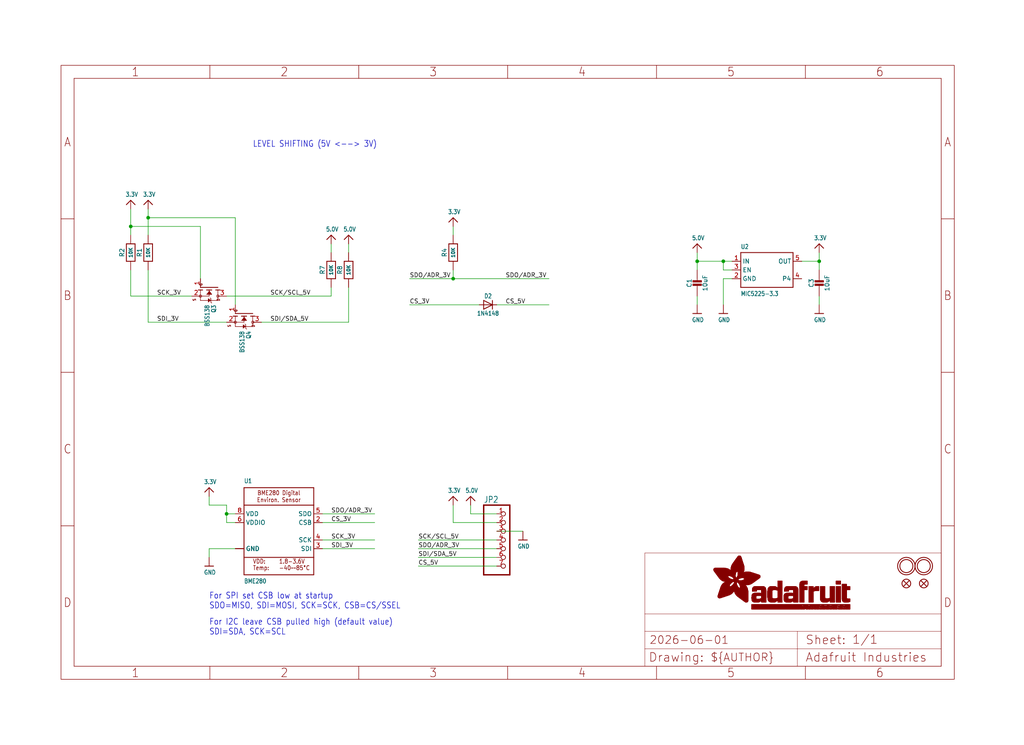
<source format=kicad_sch>
(kicad_sch (version 20230121) (generator eeschema)
  (paper "User" 298.45 217.322)
  (lib_symbols
    (symbol "working-eagle-import:3.3V" (power)
      (property "Value" "3.3V" (at -1.524 1.016 0))
      (symbol "3.3V_1_0"
        (pin power_in line (at 0 -2.54 90) (length 2.54) (name "3.3V") (number "1"))
      )
    )
    (symbol "working-eagle-import:5.0V" (power)
      (property "Value" "5.0V" (at -1.524 1.016 0))
      (symbol "5.0V_1_0"
        (pin power_in line (at 0 -2.54 90) (length 2.54) (name "5.0V") (number "1"))
      )
    )
    (symbol "working-eagle-import:BME280"
      (property "Reference" "U" (at -10.16 13.97 0))
      (symbol "BME280_1_0"
        (text "-40~~85°C" (at 0 -11.43 0) (effects (font (size 1.27 1.0795)) (justify left bottom)))
        (text "1.8-3.6V" (at 0 -9.525 0) (effects (font (size 1.27 1.0795)) (justify left bottom)))
        (text "BME280 Digital\nEnviron. Sensor" (at 0 10.16 0) (effects (font (size 1.27 1.0795))))
        (text "Temp:" (at -7.62 -11.43 0) (effects (font (size 1.27 1.0795)) (justify left bottom)))
        (text "VDD:" (at -7.62 -9.525 0) (effects (font (size 1.27 1.0795)) (justify left bottom)))
        (pin power_in line (at -12.7 -5.08 0) (length 2.54) (name "GND") (number "1"))
        (pin input line (at 12.7 2.54 180) (length 2.54) (name "CSB") (number "2"))
        (pin input line (at 12.7 -5.08 180) (length 2.54) (name "SDI") (number "3"))
        (pin input line (at 12.7 -2.54 180) (length 2.54) (name "SCK") (number "4"))
        (pin output line (at 12.7 5.08 180) (length 2.54) (name "SDO") (number "5"))
        (pin power_in line (at -12.7 2.54 0) (length 2.54) (name "VDDIO") (number "6"))
        (pin power_in line (at -12.7 -5.08 0) (length 2.54) (name "GND") (number "7"))
        (pin power_in line (at -12.7 5.08 0) (length 2.54) (name "VDD") (number "8"))
      )
    )
    (symbol "working-eagle-import:CAP_CERAMIC0805-NOOUTLINE"
      (property "Reference" "C" (at -2.29 1.25 90))
      (symbol "CAP_CERAMIC0805-NOOUTLINE_1_0"
        (pin passive line (at 0 5.08 270) (length 2.54) (name "1") (number "1"))
        (pin passive line (at 0 -2.54 90) (length 2.54) (name "2") (number "2"))
      )
    )
    (symbol "working-eagle-import:DIODESOD-323"
      (property "Reference" "D" (at 0 2.54 0))
      (symbol "DIODESOD-323_1_0"
        (pin passive line (at -2.54 0 0) (length 2.54) (name "A") (number "A"))
        (pin passive line (at 2.54 0 180) (length 2.54) (name "C") (number "C"))
      )
    )
    (symbol "working-eagle-import:FIDUCIAL{dblquote}{dblquote}")
    (symbol "working-eagle-import:FRAME_A4_ADAFRUIT"
      (symbol "FRAME_A4_ADAFRUIT_1_0"
        (text "${#}/${##}" (at 230.505 10.16 0) (effects (font (size 2.54 2.54)) (justify left bottom)))
        (text "${AUTHOR}" (at 189.23 5.08 0) (effects (font (size 2.286 2.286)) (justify left bottom)))
        (text "${CURRENT_DATE}" (at 171.45 10.16 0) (effects (font (size 2.286 2.286)) (justify left bottom)))
        (text "${PROJECTNAME}" (at 171.45 15.24 0) (effects (font (size 2.54 2.54)) (justify left bottom)))
        (text "1" (at 21.6958 1.905 0) (effects (font (size 2.54 2.286))))
        (text "1" (at 21.6958 177.165 0) (effects (font (size 2.54 2.286))))
        (text "2" (at 65.0875 1.905 0) (effects (font (size 2.54 2.286))))
        (text "2" (at 65.0875 177.165 0) (effects (font (size 2.54 2.286))))
        (text "3" (at 108.4792 1.905 0) (effects (font (size 2.54 2.286))))
        (text "3" (at 108.4792 177.165 0) (effects (font (size 2.54 2.286))))
        (text "4" (at 151.8708 1.905 0) (effects (font (size 2.54 2.286))))
        (text "4" (at 151.8708 177.165 0) (effects (font (size 2.54 2.286))))
        (text "5" (at 195.2625 1.905 0) (effects (font (size 2.54 2.286))))
        (text "5" (at 195.2625 177.165 0) (effects (font (size 2.54 2.286))))
        (text "6" (at 238.6542 1.905 0) (effects (font (size 2.54 2.286))))
        (text "6" (at 238.6542 177.165 0) (effects (font (size 2.54 2.286))))
        (text "A" (at 1.905 156.6863 0) (effects (font (size 2.54 2.286))))
        (text "A" (at 258.445 156.6863 0) (effects (font (size 2.54 2.286))))
        (text "Adafruit Industries" (at 216.916 4.953 0) (effects (font (size 2.54 2.54)) (justify left bottom)))
        (text "B" (at 1.905 111.9188 0) (effects (font (size 2.54 2.286))))
        (text "B" (at 258.445 111.9188 0) (effects (font (size 2.54 2.286))))
        (text "C" (at 1.905 67.1513 0) (effects (font (size 2.54 2.286))))
        (text "C" (at 258.445 67.1513 0) (effects (font (size 2.54 2.286))))
        (text "D" (at 1.905 22.3838 0) (effects (font (size 2.54 2.286))))
        (text "D" (at 258.445 22.3838 0) (effects (font (size 2.54 2.286))))
        (text "Drawing:" (at 171.196 4.953 0) (effects (font (size 2.54 2.54)) (justify left bottom)))
        (text "Sheet:" (at 216.916 10.033 0) (effects (font (size 2.54 2.54)) (justify left bottom)))
      )
    )
    (symbol "working-eagle-import:GND" (power)
      (property "Value" "GND" (at -1.524 -2.54 0))
      (symbol "GND_1_0"
        (pin power_in line (at 0 2.54 270) (length 2.54) (name "GND") (number "1"))
      )
    )
    (symbol "working-eagle-import:HEADER-1X770MIL"
      (property "Reference" "JP" (at -6.35 10.795 0))
      (symbol "HEADER-1X770MIL_1_0"
        (pin passive inverted (at -2.54 7.62 0) (length 2.54) (name "1") (number "1"))
        (pin passive inverted (at -2.54 5.08 0) (length 2.54) (name "2") (number "2"))
        (pin passive inverted (at -2.54 2.54 0) (length 2.54) (name "3") (number "3"))
        (pin passive inverted (at -2.54 0 0) (length 2.54) (name "4") (number "4"))
        (pin passive inverted (at -2.54 -2.54 0) (length 2.54) (name "5") (number "5"))
        (pin passive inverted (at -2.54 -5.08 0) (length 2.54) (name "6") (number "6"))
        (pin passive inverted (at -2.54 -7.62 0) (length 2.54) (name "7") (number "7"))
      )
    )
    (symbol "working-eagle-import:MOSFET-NWIDE"
      (property "Reference" "Q" (at 5.08 0.635 0))
      (symbol "MOSFET-NWIDE_1_0"
        (text "D" (at 3.175 3.175 0) (effects (font (size 0.8128 0.6908)) (justify left bottom)))
        (text "G" (at -1.27 -1.905 0) (effects (font (size 0.8128 0.6908)) (justify left bottom)))
        (text "S" (at 3.175 -3.81 0) (effects (font (size 0.8128 0.6908)) (justify left bottom)))
        (pin bidirectional line (at -2.54 -2.54 0) (length 2.54) (name "G") (number "1"))
        (pin bidirectional line (at 2.54 -5.08 90) (length 2.54) (name "S") (number "2"))
        (pin bidirectional line (at 2.54 5.08 270) (length 2.54) (name "D") (number "3"))
      )
    )
    (symbol "working-eagle-import:MOUNTINGHOLE2.0")
    (symbol "working-eagle-import:RESISTOR0805_NOOUTLINE"
      (property "Reference" "R" (at 0 2.54 0))
      (symbol "RESISTOR0805_NOOUTLINE_1_0"
        (pin passive line (at -5.08 0 0) (length 2.54) (name "1") (number "1"))
        (pin passive line (at 5.08 0 180) (length 2.54) (name "2") (number "2"))
      )
    )
    (symbol "working-eagle-import:RESISTOR_0805MP"
      (property "Reference" "R" (at 0 2.54 0))
      (symbol "RESISTOR_0805MP_1_0"
        (pin passive line (at -5.08 0 0) (length 2.54) (name "1") (number "1"))
        (pin passive line (at 5.08 0 180) (length 2.54) (name "2") (number "2"))
      )
    )
    (symbol "working-eagle-import:VREG_SOT23-5"
      (property "Reference" "U" (at -7.62 6.096 0))
      (symbol "VREG_SOT23-5_1_0"
        (pin power_in line (at -10.16 2.54 0) (length 2.54) (name "IN") (number "1"))
        (pin power_in line (at -10.16 -2.54 0) (length 2.54) (name "GND") (number "2"))
        (pin input line (at -10.16 0 0) (length 2.54) (name "EN") (number "3"))
        (pin bidirectional line (at 10.16 -2.54 180) (length 2.54) (name "P4") (number "4"))
        (pin power_in line (at 10.16 2.54 180) (length 2.54) (name "OUT") (number "5"))
      )
    )
  )
  (junction (at 38.1 66.04))
  (junction (at 43.18 63.5))
  (junction (at 238.76 76.2))
  (junction (at 203.2 76.2))
  (junction (at 66.04 149.86))
  (junction (at 210.82 76.2))
  (junction (at 132.08 81.28))
  (wire (pts (xy 66.04 93.98) (xy 43.18 93.98)) (stroke (width 0.1524)))
  (wire (pts (xy 58.42 81.28) (xy 58.42 66.04)) (stroke (width 0.1524)))
  (wire (pts (xy 132.08 81.28) (xy 160.02 81.28)) (stroke (width 0.1524)))
  (wire (pts (xy 96.52 86.36) (xy 96.52 83.82)) (stroke (width 0.1524)))
  (wire (pts (xy 137.16 149.86) (xy 137.16 147.32)) (stroke (width 0.1524)))
  (wire (pts (xy 144.78 162.56) (xy 121.92 162.56)) (stroke (width 0.1524)))
  (wire (pts (xy 238.76 76.2) (xy 238.76 73.66)) (stroke (width 0.1524)))
  (wire (pts (xy 38.1 86.36) (xy 38.1 78.74)) (stroke (width 0.1524)))
  (wire (pts (xy 144.78 165.1) (xy 121.92 165.1)) (stroke (width 0.1524)))
  (wire (pts (xy 132.08 81.28) (xy 119.38 81.28)) (stroke (width 0.1524)))
  (wire (pts (xy 68.58 63.5) (xy 43.18 63.5)) (stroke (width 0.1524)))
  (wire (pts (xy 66.04 147.32) (xy 66.04 149.86)) (stroke (width 0.1524)))
  (wire (pts (xy 203.2 76.2) (xy 203.2 78.74)) (stroke (width 0.1524)))
  (wire (pts (xy 210.82 76.2) (xy 203.2 76.2)) (stroke (width 0.1524)))
  (wire (pts (xy 210.82 78.74) (xy 210.82 76.2)) (stroke (width 0.1524)))
  (wire (pts (xy 68.58 149.86) (xy 66.04 149.86)) (stroke (width 0.1524)))
  (wire (pts (xy 109.22 157.48) (xy 93.98 157.48)) (stroke (width 0.1524)))
  (wire (pts (xy 203.2 86.36) (xy 203.2 88.9)) (stroke (width 0.1524)))
  (wire (pts (xy 213.36 81.28) (xy 210.82 81.28)) (stroke (width 0.1524)))
  (wire (pts (xy 76.2 93.98) (xy 101.6 93.98)) (stroke (width 0.1524)))
  (wire (pts (xy 38.1 66.04) (xy 38.1 68.58)) (stroke (width 0.1524)))
  (wire (pts (xy 101.6 93.98) (xy 101.6 83.82)) (stroke (width 0.1524)))
  (wire (pts (xy 93.98 152.4) (xy 109.22 152.4)) (stroke (width 0.1524)))
  (wire (pts (xy 43.18 93.98) (xy 43.18 78.74)) (stroke (width 0.1524)))
  (wire (pts (xy 66.04 149.86) (xy 66.04 152.4)) (stroke (width 0.1524)))
  (wire (pts (xy 144.78 160.02) (xy 121.92 160.02)) (stroke (width 0.1524)))
  (wire (pts (xy 144.78 88.9) (xy 160.02 88.9)) (stroke (width 0.1524)))
  (wire (pts (xy 60.96 144.78) (xy 60.96 147.32)) (stroke (width 0.1524)))
  (wire (pts (xy 43.18 68.58) (xy 43.18 63.5)) (stroke (width 0.1524)))
  (wire (pts (xy 96.52 73.66) (xy 96.52 71.12)) (stroke (width 0.1524)))
  (wire (pts (xy 101.6 73.66) (xy 101.6 71.12)) (stroke (width 0.1524)))
  (wire (pts (xy 203.2 76.2) (xy 203.2 73.66)) (stroke (width 0.1524)))
  (wire (pts (xy 144.78 154.94) (xy 152.4 154.94)) (stroke (width 0.1524)))
  (wire (pts (xy 144.78 157.48) (xy 121.92 157.48)) (stroke (width 0.1524)))
  (wire (pts (xy 55.88 86.36) (xy 38.1 86.36)) (stroke (width 0.1524)))
  (wire (pts (xy 66.04 86.36) (xy 96.52 86.36)) (stroke (width 0.1524)))
  (wire (pts (xy 58.42 66.04) (xy 38.1 66.04)) (stroke (width 0.1524)))
  (wire (pts (xy 132.08 78.74) (xy 132.08 81.28)) (stroke (width 0.1524)))
  (wire (pts (xy 233.68 76.2) (xy 238.76 76.2)) (stroke (width 0.1524)))
  (wire (pts (xy 139.7 88.9) (xy 119.38 88.9)) (stroke (width 0.1524)))
  (wire (pts (xy 68.58 88.9) (xy 68.58 63.5)) (stroke (width 0.1524)))
  (wire (pts (xy 144.78 149.86) (xy 137.16 149.86)) (stroke (width 0.1524)))
  (wire (pts (xy 60.96 160.02) (xy 68.58 160.02)) (stroke (width 0.1524)))
  (wire (pts (xy 66.04 152.4) (xy 68.58 152.4)) (stroke (width 0.1524)))
  (wire (pts (xy 132.08 152.4) (xy 132.08 147.32)) (stroke (width 0.1524)))
  (wire (pts (xy 43.18 63.5) (xy 43.18 60.96)) (stroke (width 0.1524)))
  (wire (pts (xy 213.36 76.2) (xy 210.82 76.2)) (stroke (width 0.1524)))
  (wire (pts (xy 238.76 76.2) (xy 238.76 78.74)) (stroke (width 0.1524)))
  (wire (pts (xy 60.96 147.32) (xy 66.04 147.32)) (stroke (width 0.1524)))
  (wire (pts (xy 238.76 86.36) (xy 238.76 88.9)) (stroke (width 0.1524)))
  (wire (pts (xy 93.98 160.02) (xy 109.22 160.02)) (stroke (width 0.1524)))
  (wire (pts (xy 210.82 81.28) (xy 210.82 88.9)) (stroke (width 0.1524)))
  (wire (pts (xy 60.96 160.02) (xy 60.96 162.56)) (stroke (width 0.1524)))
  (wire (pts (xy 132.08 66.04) (xy 132.08 68.58)) (stroke (width 0.1524)))
  (wire (pts (xy 144.78 152.4) (xy 132.08 152.4)) (stroke (width 0.1524)))
  (wire (pts (xy 213.36 78.74) (xy 210.82 78.74)) (stroke (width 0.1524)))
  (wire (pts (xy 38.1 66.04) (xy 38.1 60.96)) (stroke (width 0.1524)))
  (wire (pts (xy 93.98 149.86) (xy 109.22 149.86)) (stroke (width 0.1524)))
  (text "For I2C leave CSB pulled high (default value)\nSDI=SDA, SCK=SCL" (at 60.96 185.42 0) (effects (font (size 1.778 1.5113)) (justify left bottom)))
  (text "For SPI set CSB low at startup\nSDO=MISO, SDI=MOSI, SCK=SCK, CSB=CS/SSEL" (at 60.96 177.8 0) (effects (font (size 1.778 1.5113)) (justify left bottom)))
  (text "LEVEL SHIFTING (5V <--> 3V)" (at 73.66 43.18 0) (effects (font (size 1.778 1.5113)) (justify left bottom)))
  (label "SDI_3V" (at 96.52 160.02 0) (effects (font (size 1.2446 1.2446))))
  (label "SCK/SCL_5V" (at 121.92 157.48 0) (effects (font (size 1.2446 1.2446))))
  (label "SDO/ADR_3V" (at 96.52 149.86 0) (effects (font (size 1.2446 1.2446))))
  (label "SDO/ADR_3V" (at 119.38 81.28 0) (effects (font (size 1.2446 1.2446))))
  (label "CS_3V" (at 96.52 152.4 0) (effects (font (size 1.2446 1.2446))))
  (label "SDO/ADR_3V" (at 121.92 160.02 0) (effects (font (size 1.2446 1.2446))))
  (label "SDO/ADR_3V" (at 147.32 81.28 0) (effects (font (size 1.2446 1.2446))))
  (label "CS_5V" (at 147.32 88.9 0) (effects (font (size 1.2446 1.2446))))
  (label "CS_5V" (at 121.92 165.1 0) (effects (font (size 1.2446 1.2446))))
  (label "SCK/SCL_5V" (at 78.74 86.36 0) (effects (font (size 1.2446 1.2446))))
  (label "SCK_3V" (at 45.72 86.36 0) (effects (font (size 1.2446 1.2446))))
  (label "CS_3V" (at 119.38 88.9 0) (effects (font (size 1.2446 1.2446))))
  (label "SDI/SDA_5V" (at 121.92 162.56 0) (effects (font (size 1.2446 1.2446))))
  (label "SDI_3V" (at 45.72 93.98 0) (effects (font (size 1.2446 1.2446))))
  (label "SDI/SDA_5V" (at 78.74 93.98 0) (effects (font (size 1.2446 1.2446))))
  (label "SCK_3V" (at 96.52 157.48 0) (effects (font (size 1.2446 1.2446))))
  (symbol (lib_id "working-eagle-import:GND") (at 238.76 91.44 0) (unit 1)
    (property "Reference" "#U$16" (effects hide))
    (property "Value" "GND" (at 237.236 93.98 0) (effects (font (size 1.27 1.0795)) (justify left bottom)))
  )
  (symbol (lib_id "working-eagle-import:RESISTOR_0805MP") (at 132.08 73.66 90) (unit 1)
    (property "Reference" "R4" (at 129.54 73.66 0))
    (property "Value" "10K" (at 132.08 73.66 0) (effects (font (size 1.016 1.016) bold)))
    (property "Footprint" "working:_0805MP" (effects hide))
  )
  (symbol (lib_id "working-eagle-import:5.0V") (at 137.16 144.78 0) (unit 1)
    (property "Reference" "#U$9" (effects hide))
    (property "Value" "5.0V" (at 135.636 143.764 0) (effects (font (size 1.27 1.0795)) (justify left bottom)))
  )
  (symbol (lib_id "working-eagle-import:5.0V") (at 203.2 71.12 0) (unit 1)
    (property "Reference" "#U$11" (effects hide))
    (property "Value" "5.0V" (at 201.676 70.104 0) (effects (font (size 1.27 1.0795)) (justify left bottom)))
  )
  (symbol (lib_id "working-eagle-import:5.0V") (at 101.6 68.58 0) (unit 1)
    (property "Reference" "#U$18" (effects hide))
    (property "Value" "5.0V" (at 100.076 67.564 0) (effects (font (size 1.27 1.0795)) (justify left bottom)))
  )
  (symbol (lib_id "working-eagle-import:GND") (at 152.4 157.48 0) (unit 1)
    (property "Reference" "#U$4" (effects hide))
    (property "Value" "GND" (at 150.876 160.02 0) (effects (font (size 1.27 1.0795)) (justify left bottom)))
  )
  (symbol (lib_id "working-eagle-import:VREG_SOT23-5") (at 223.52 78.74 0) (unit 1)
    (property "Reference" "U2" (at 215.9 72.644 0) (effects (font (size 1.27 1.0795)) (justify left bottom)))
    (property "Value" "MIC5225-3.3" (at 215.9 86.36 0) (effects (font (size 1.27 1.0795)) (justify left bottom)))
    (property "Footprint" "working:SOT23-5" (effects hide))
  )
  (symbol (lib_id "working-eagle-import:GND") (at 60.96 165.1 0) (unit 1)
    (property "Reference" "#U$3" (effects hide))
    (property "Value" "GND" (at 59.436 167.64 0) (effects (font (size 1.27 1.0795)) (justify left bottom)))
  )
  (symbol (lib_id "working-eagle-import:RESISTOR0805_NOOUTLINE") (at 43.18 73.66 90) (unit 1)
    (property "Reference" "R1" (at 40.64 73.66 0))
    (property "Value" "10K" (at 43.18 73.66 0) (effects (font (size 1.016 1.016) bold)))
    (property "Footprint" "working:0805-NO" (effects hide))
  )
  (symbol (lib_id "working-eagle-import:RESISTOR0805_NOOUTLINE") (at 96.52 78.74 90) (unit 1)
    (property "Reference" "R7" (at 93.98 78.74 0))
    (property "Value" "10K" (at 96.52 78.74 0) (effects (font (size 1.016 1.016) bold)))
    (property "Footprint" "working:0805-NO" (effects hide))
  )
  (symbol (lib_id "working-eagle-import:GND") (at 210.82 91.44 0) (unit 1)
    (property "Reference" "#U$14" (effects hide))
    (property "Value" "GND" (at 209.296 93.98 0) (effects (font (size 1.27 1.0795)) (justify left bottom)))
  )
  (symbol (lib_id "working-eagle-import:CAP_CERAMIC0805-NOOUTLINE") (at 238.76 83.82 0) (unit 1)
    (property "Reference" "C3" (at 236.47 82.57 90))
    (property "Value" "10uF" (at 241.06 82.57 90))
    (property "Footprint" "working:0805-NO" (effects hide))
  )
  (symbol (lib_id "working-eagle-import:3.3V") (at 132.08 63.5 0) (unit 1)
    (property "Reference" "#U$25" (effects hide))
    (property "Value" "3.3V" (at 130.556 62.484 0) (effects (font (size 1.27 1.0795)) (justify left bottom)))
  )
  (symbol (lib_id "working-eagle-import:3.3V") (at 132.08 144.78 0) (unit 1)
    (property "Reference" "#U$10" (effects hide))
    (property "Value" "3.3V" (at 130.556 143.764 0) (effects (font (size 1.27 1.0795)) (justify left bottom)))
  )
  (symbol (lib_id "working-eagle-import:3.3V") (at 43.18 58.42 0) (unit 1)
    (property "Reference" "#U$22" (effects hide))
    (property "Value" "3.3V" (at 41.656 57.404 0) (effects (font (size 1.27 1.0795)) (justify left bottom)))
  )
  (symbol (lib_id "working-eagle-import:3.3V") (at 238.76 71.12 0) (unit 1)
    (property "Reference" "#U$17" (effects hide))
    (property "Value" "3.3V" (at 237.236 70.104 0) (effects (font (size 1.27 1.0795)) (justify left bottom)))
  )
  (symbol (lib_id "working-eagle-import:CAP_CERAMIC0805-NOOUTLINE") (at 203.2 83.82 0) (unit 1)
    (property "Reference" "C1" (at 200.91 82.57 90))
    (property "Value" "10uF" (at 205.5 82.57 90))
    (property "Footprint" "working:0805-NO" (effects hide))
  )
  (symbol (lib_id "working-eagle-import:MOSFET-NWIDE") (at 71.12 91.44 270) (unit 1)
    (property "Reference" "Q4" (at 71.755 96.52 0) (effects (font (size 1.27 1.0795)) (justify left bottom)))
    (property "Value" "BSS138" (at 69.85 96.52 0) (effects (font (size 1.27 1.0795)) (justify left bottom)))
    (property "Footprint" "working:SOT23-WIDE" (effects hide))
  )
  (symbol (lib_id "working-eagle-import:DIODESOD-323") (at 142.24 88.9 0) (unit 1)
    (property "Reference" "D2" (at 142.24 86.36 0) (effects (font (size 1.27 1.0795))))
    (property "Value" "1N4148" (at 142.24 91.4 0) (effects (font (size 1.27 1.0795))))
    (property "Footprint" "working:SOD-323" (effects hide))
  )
  (symbol (lib_id "working-eagle-import:5.0V") (at 96.52 68.58 0) (unit 1)
    (property "Reference" "#U$19" (effects hide))
    (property "Value" "5.0V" (at 94.996 67.564 0) (effects (font (size 1.27 1.0795)) (justify left bottom)))
  )
  (symbol (lib_id "working-eagle-import:FIDUCIAL{dblquote}{dblquote}") (at 269.24 170.18 0) (unit 1)
    (property "Reference" "U$15" (effects hide))
    (property "Value" "FIDUCIAL{dblquote}{dblquote}" (effects hide))
    (property "Footprint" "working:FIDUCIAL_1MM" (effects hide))
  )
  (symbol (lib_id "working-eagle-import:RESISTOR0805_NOOUTLINE") (at 101.6 78.74 90) (unit 1)
    (property "Reference" "R8" (at 99.06 78.74 0))
    (property "Value" "10K" (at 101.6 78.74 0) (effects (font (size 1.016 1.016) bold)))
    (property "Footprint" "working:0805-NO" (effects hide))
  )
  (symbol (lib_id "working-eagle-import:FIDUCIAL{dblquote}{dblquote}") (at 264.16 170.18 0) (unit 1)
    (property "Reference" "U$5" (effects hide))
    (property "Value" "FIDUCIAL{dblquote}{dblquote}" (effects hide))
    (property "Footprint" "working:FIDUCIAL_1MM" (effects hide))
  )
  (symbol (lib_id "working-eagle-import:MOSFET-NWIDE") (at 60.96 83.82 270) (unit 1)
    (property "Reference" "Q3" (at 61.595 88.9 0) (effects (font (size 1.27 1.0795)) (justify left bottom)))
    (property "Value" "BSS138" (at 59.69 88.9 0) (effects (font (size 1.27 1.0795)) (justify left bottom)))
    (property "Footprint" "working:SOT23-WIDE" (effects hide))
  )
  (symbol (lib_id "working-eagle-import:GND") (at 203.2 91.44 0) (unit 1)
    (property "Reference" "#U$13" (effects hide))
    (property "Value" "GND" (at 201.676 93.98 0) (effects (font (size 1.27 1.0795)) (justify left bottom)))
  )
  (symbol (lib_id "working-eagle-import:MOUNTINGHOLE2.0") (at 264.16 165.1 0) (unit 1)
    (property "Reference" "U$8" (effects hide))
    (property "Value" "MOUNTINGHOLE2.0" (effects hide))
    (property "Footprint" "working:MOUNTINGHOLE_2.0_PLATED" (effects hide))
  )
  (symbol (lib_id "working-eagle-import:BME280") (at 81.28 154.94 0) (unit 1)
    (property "Reference" "U1" (at 71.12 140.97 0) (effects (font (size 1.27 1.0795)) (justify left bottom)))
    (property "Value" "BME280" (at 71.12 170.18 0) (effects (font (size 1.27 1.0795)) (justify left bottom)))
    (property "Footprint" "working:BME280" (effects hide))
  )
  (symbol (lib_id "working-eagle-import:FRAME_A4_ADAFRUIT") (at 17.78 198.12 0) (unit 1)
    (property "Reference" "#U$1" (effects hide))
    (property "Value" "FRAME_A4_ADAFRUIT" (effects hide))
  )
  (symbol (lib_id "working-eagle-import:MOUNTINGHOLE2.0") (at 269.24 165.1 0) (unit 1)
    (property "Reference" "U$7" (effects hide))
    (property "Value" "MOUNTINGHOLE2.0" (effects hide))
    (property "Footprint" "working:MOUNTINGHOLE_2.0_PLATED" (effects hide))
  )
  (symbol (lib_id "working-eagle-import:3.3V") (at 38.1 58.42 0) (unit 1)
    (property "Reference" "#U$23" (effects hide))
    (property "Value" "3.3V" (at 36.576 57.404 0) (effects (font (size 1.27 1.0795)) (justify left bottom)))
  )
  (symbol (lib_id "working-eagle-import:HEADER-1X770MIL") (at 147.32 157.48 0) (unit 1)
    (property "Reference" "JP2" (at 140.97 146.685 0) (effects (font (size 1.778 1.5113)) (justify left bottom)))
    (property "Value" "HEADER-1X770MIL" (effects hide))
    (property "Footprint" "working:1X07_ROUND_70" (effects hide))
  )
  (symbol (lib_id "working-eagle-import:RESISTOR0805_NOOUTLINE") (at 38.1 73.66 90) (unit 1)
    (property "Reference" "R2" (at 35.56 73.66 0))
    (property "Value" "10K" (at 38.1 73.66 0) (effects (font (size 1.016 1.016) bold)))
    (property "Footprint" "working:0805-NO" (effects hide))
  )
  (symbol (lib_id "working-eagle-import:3.3V") (at 60.96 142.24 0) (unit 1)
    (property "Reference" "#U$12" (effects hide))
    (property "Value" "3.3V" (at 59.436 141.224 0) (effects (font (size 1.27 1.0795)) (justify left bottom)))
  )
)
</source>
